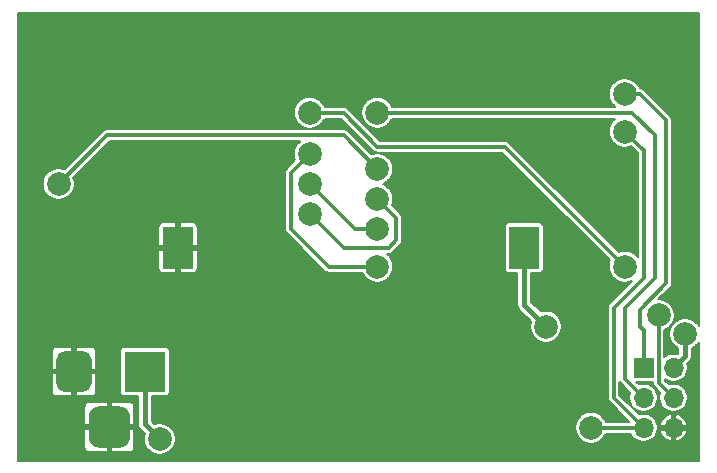
<source format=gbl>
G04 #@! TF.GenerationSoftware,KiCad,Pcbnew,5.1.6-c6e7f7d~86~ubuntu19.10.1*
G04 #@! TF.CreationDate,2020-05-26T12:51:18-04:00*
G04 #@! TF.ProjectId,emmon,656d6d6f-6e2e-46b6-9963-61645f706362,rev?*
G04 #@! TF.SameCoordinates,Original*
G04 #@! TF.FileFunction,Copper,L2,Bot*
G04 #@! TF.FilePolarity,Positive*
%FSLAX46Y46*%
G04 Gerber Fmt 4.6, Leading zero omitted, Abs format (unit mm)*
G04 Created by KiCad (PCBNEW 5.1.6-c6e7f7d~86~ubuntu19.10.1) date 2020-05-26 12:51:18*
%MOMM*%
%LPD*%
G01*
G04 APERTURE LIST*
G04 #@! TA.AperFunction,ComponentPad*
%ADD10O,1.700000X1.700000*%
G04 #@! TD*
G04 #@! TA.AperFunction,ComponentPad*
%ADD11R,1.700000X1.700000*%
G04 #@! TD*
G04 #@! TA.AperFunction,ComponentPad*
%ADD12R,3.500000X3.500000*%
G04 #@! TD*
G04 #@! TA.AperFunction,SMDPad,CuDef*
%ADD13R,2.600000X3.600000*%
G04 #@! TD*
G04 #@! TA.AperFunction,ViaPad*
%ADD14C,2.000000*%
G04 #@! TD*
G04 #@! TA.AperFunction,Conductor*
%ADD15C,0.457200*%
G04 #@! TD*
G04 #@! TA.AperFunction,Conductor*
%ADD16C,0.304800*%
G04 #@! TD*
G04 #@! TA.AperFunction,Conductor*
%ADD17C,0.203200*%
G04 #@! TD*
G04 APERTURE END LIST*
D10*
X147320000Y-115570000D03*
X144780000Y-115570000D03*
X147320000Y-113030000D03*
X144780000Y-113030000D03*
X147320000Y-110490000D03*
D11*
X144780000Y-110490000D03*
G04 #@! TA.AperFunction,ComponentPad*
G36*
G01*
X97802500Y-116382500D02*
X97802500Y-114632500D01*
G75*
G02*
X98677500Y-113757500I875000J0D01*
G01*
X100427500Y-113757500D01*
G75*
G02*
X101302500Y-114632500I0J-875000D01*
G01*
X101302500Y-116382500D01*
G75*
G02*
X100427500Y-117257500I-875000J0D01*
G01*
X98677500Y-117257500D01*
G75*
G02*
X97802500Y-116382500I0J875000D01*
G01*
G37*
G04 #@! TD.AperFunction*
G04 #@! TA.AperFunction,ComponentPad*
G36*
G01*
X95052500Y-111807500D02*
X95052500Y-109807500D01*
G75*
G02*
X95802500Y-109057500I750000J0D01*
G01*
X97302500Y-109057500D01*
G75*
G02*
X98052500Y-109807500I0J-750000D01*
G01*
X98052500Y-111807500D01*
G75*
G02*
X97302500Y-112557500I-750000J0D01*
G01*
X95802500Y-112557500D01*
G75*
G02*
X95052500Y-111807500I0J750000D01*
G01*
G37*
G04 #@! TD.AperFunction*
D12*
X102552500Y-110807500D03*
D13*
X134665000Y-100330000D03*
X105365000Y-100330000D03*
D14*
X136525000Y-106997500D03*
X105410000Y-106362500D03*
X140335000Y-106997500D03*
X143192500Y-90487500D03*
X140335000Y-115570000D03*
X148300913Y-107632500D03*
X116522500Y-88900000D03*
X143192500Y-101917500D03*
X146050000Y-106045000D03*
X122237500Y-101917500D03*
X116522500Y-92392500D03*
X122237500Y-98742500D03*
X116522500Y-94932500D03*
X122237500Y-96202500D03*
X116522500Y-97472500D03*
X95250000Y-94932500D03*
X122237500Y-93662500D03*
X122237500Y-88900000D03*
X103822500Y-116522500D03*
X143192500Y-87312500D03*
D15*
X134665000Y-100330000D02*
X134665000Y-105137500D01*
X134665000Y-105137500D02*
X136525000Y-106997500D01*
D16*
X105365000Y-100330000D02*
X105365000Y-106317500D01*
X105365000Y-106317500D02*
X105410000Y-106362500D01*
X144497301Y-91792301D02*
X143192500Y-90487500D01*
X142240000Y-113030000D02*
X142240000Y-105410000D01*
X144780000Y-115570000D02*
X142240000Y-113030000D01*
X142240000Y-105410000D02*
X144780000Y-102870000D01*
X144780000Y-102870000D02*
X144780000Y-92075000D01*
X144780000Y-92075000D02*
X144497301Y-91792301D01*
X140335000Y-115570000D02*
X144780000Y-115570000D01*
D15*
X148300913Y-109509087D02*
X147320000Y-110490000D01*
X148300913Y-107632500D02*
X148300913Y-109509087D01*
D16*
X116522500Y-88900000D02*
X119380000Y-88900000D01*
X119380000Y-88900000D02*
X122237500Y-91757500D01*
X133032500Y-91757500D02*
X122237500Y-91757500D01*
X143192500Y-101917500D02*
X133032500Y-91757500D01*
X146066689Y-111776689D02*
X147320000Y-113030000D01*
X146066689Y-110824189D02*
X146066689Y-111776689D01*
X146050000Y-110807500D02*
X146066689Y-110824189D01*
X146050000Y-106045000D02*
X146050000Y-110807500D01*
X114935000Y-93980000D02*
X116522500Y-92392500D01*
X114935000Y-98742500D02*
X114935000Y-93980000D01*
X122237500Y-101917500D02*
X118110000Y-101917500D01*
X118110000Y-101917500D02*
X114935000Y-98742500D01*
X120332500Y-98742500D02*
X122237500Y-98742500D01*
X116522500Y-94932500D02*
X120332500Y-98742500D01*
X116522500Y-97472500D02*
X119380000Y-100330000D01*
X119380000Y-100330000D02*
X123190000Y-100330000D01*
X123190000Y-100330000D02*
X123825000Y-99695000D01*
X123825000Y-97790000D02*
X122237500Y-96202500D01*
X123825000Y-99695000D02*
X123825000Y-97790000D01*
X122237500Y-93662500D02*
X119380000Y-90805000D01*
X99377500Y-90805000D02*
X95250000Y-94932500D01*
X119380000Y-90805000D02*
X99377500Y-90805000D01*
X143827500Y-88900000D02*
X122237500Y-88900000D01*
X143192500Y-111442500D02*
X143192500Y-105410000D01*
X145732500Y-102870000D02*
X145732500Y-90805000D01*
X144780000Y-113030000D02*
X143192500Y-111442500D01*
X143192500Y-105410000D02*
X145732500Y-102870000D01*
X145732500Y-90805000D02*
X143827500Y-88900000D01*
D15*
X102552500Y-115252500D02*
X103822500Y-116522500D01*
X102552500Y-110807500D02*
X102552500Y-115252500D01*
D16*
X144462500Y-87312500D02*
X143192500Y-87312500D01*
X144462500Y-106997500D02*
X144462500Y-105555599D01*
X144780000Y-107315000D02*
X144462500Y-106997500D01*
X144462500Y-105555599D02*
X146685000Y-103333099D01*
X146685000Y-103333099D02*
X146685000Y-89535000D01*
X146685000Y-89535000D02*
X144462500Y-87312500D01*
X144780000Y-110490000D02*
X144780000Y-107315000D01*
D17*
G36*
X149457491Y-106928987D02*
G01*
X149351476Y-106770325D01*
X149163088Y-106581937D01*
X148941567Y-106433921D01*
X148695426Y-106331966D01*
X148434124Y-106279990D01*
X148167702Y-106279990D01*
X147906400Y-106331966D01*
X147660259Y-106433921D01*
X147438738Y-106581937D01*
X147250350Y-106770325D01*
X147102334Y-106991846D01*
X147000379Y-107237987D01*
X146948403Y-107499289D01*
X146948403Y-107765711D01*
X147000379Y-108027013D01*
X147102334Y-108273154D01*
X147250350Y-108494675D01*
X147438738Y-108683063D01*
X147660259Y-108831079D01*
X147719804Y-108855743D01*
X147719804Y-109268383D01*
X147657185Y-109331002D01*
X147438437Y-109287490D01*
X147201563Y-109287490D01*
X146969241Y-109333702D01*
X146750398Y-109424350D01*
X146554910Y-109554971D01*
X146554910Y-107299806D01*
X146690654Y-107243579D01*
X146912175Y-107095563D01*
X147100563Y-106907175D01*
X147248579Y-106685654D01*
X147350534Y-106439513D01*
X147402510Y-106178211D01*
X147402510Y-105911789D01*
X147350534Y-105650487D01*
X147248579Y-105404346D01*
X147100563Y-105182825D01*
X146912175Y-104994437D01*
X146690654Y-104846421D01*
X146444513Y-104744466D01*
X146183211Y-104692490D01*
X146039659Y-104692490D01*
X147024481Y-103707668D01*
X147043753Y-103691852D01*
X147106849Y-103614969D01*
X147153733Y-103527255D01*
X147182604Y-103432079D01*
X147189910Y-103357902D01*
X147189910Y-103357901D01*
X147192353Y-103333099D01*
X147189910Y-103308296D01*
X147189910Y-89559803D01*
X147192353Y-89535000D01*
X147182604Y-89436020D01*
X147153733Y-89340844D01*
X147143580Y-89321849D01*
X147106849Y-89253130D01*
X147043753Y-89176247D01*
X147024481Y-89160431D01*
X144837074Y-86973025D01*
X144821253Y-86953747D01*
X144744370Y-86890651D01*
X144656656Y-86843767D01*
X144561480Y-86814896D01*
X144487303Y-86807590D01*
X144462500Y-86805147D01*
X144446929Y-86806681D01*
X144391079Y-86671846D01*
X144243063Y-86450325D01*
X144054675Y-86261937D01*
X143833154Y-86113921D01*
X143587013Y-86011966D01*
X143325711Y-85959990D01*
X143059289Y-85959990D01*
X142797987Y-86011966D01*
X142551846Y-86113921D01*
X142330325Y-86261937D01*
X142141937Y-86450325D01*
X141993921Y-86671846D01*
X141891966Y-86917987D01*
X141839990Y-87179289D01*
X141839990Y-87445711D01*
X141891966Y-87707013D01*
X141993921Y-87953154D01*
X142141937Y-88174675D01*
X142330325Y-88363063D01*
X142378257Y-88395090D01*
X123492306Y-88395090D01*
X123436079Y-88259346D01*
X123288063Y-88037825D01*
X123099675Y-87849437D01*
X122878154Y-87701421D01*
X122632013Y-87599466D01*
X122370711Y-87547490D01*
X122104289Y-87547490D01*
X121842987Y-87599466D01*
X121596846Y-87701421D01*
X121375325Y-87849437D01*
X121186937Y-88037825D01*
X121038921Y-88259346D01*
X120936966Y-88505487D01*
X120884990Y-88766789D01*
X120884990Y-89033211D01*
X120936966Y-89294513D01*
X121038921Y-89540654D01*
X121186937Y-89762175D01*
X121375325Y-89950563D01*
X121596846Y-90098579D01*
X121842987Y-90200534D01*
X122104289Y-90252510D01*
X122370711Y-90252510D01*
X122632013Y-90200534D01*
X122878154Y-90098579D01*
X123099675Y-89950563D01*
X123288063Y-89762175D01*
X123436079Y-89540654D01*
X123492306Y-89404910D01*
X142378257Y-89404910D01*
X142330325Y-89436937D01*
X142141937Y-89625325D01*
X141993921Y-89846846D01*
X141891966Y-90092987D01*
X141839990Y-90354289D01*
X141839990Y-90620711D01*
X141891966Y-90882013D01*
X141993921Y-91128154D01*
X142141937Y-91349675D01*
X142330325Y-91538063D01*
X142551846Y-91686079D01*
X142797987Y-91788034D01*
X143059289Y-91840010D01*
X143325711Y-91840010D01*
X143587013Y-91788034D01*
X143722757Y-91731807D01*
X144157813Y-92166864D01*
X144157824Y-92166873D01*
X144275091Y-92284140D01*
X144275090Y-101103257D01*
X144243063Y-101055325D01*
X144054675Y-100866937D01*
X143833154Y-100718921D01*
X143587013Y-100616966D01*
X143325711Y-100564990D01*
X143059289Y-100564990D01*
X142797987Y-100616966D01*
X142662243Y-100673193D01*
X133407074Y-91418025D01*
X133391253Y-91398747D01*
X133314370Y-91335651D01*
X133226656Y-91288767D01*
X133131480Y-91259896D01*
X133057303Y-91252590D01*
X133032500Y-91250147D01*
X133007697Y-91252590D01*
X122446641Y-91252590D01*
X119754574Y-88560525D01*
X119738753Y-88541247D01*
X119661870Y-88478151D01*
X119574156Y-88431267D01*
X119478980Y-88402396D01*
X119404803Y-88395090D01*
X119380000Y-88392647D01*
X119355197Y-88395090D01*
X117777306Y-88395090D01*
X117721079Y-88259346D01*
X117573063Y-88037825D01*
X117384675Y-87849437D01*
X117163154Y-87701421D01*
X116917013Y-87599466D01*
X116655711Y-87547490D01*
X116389289Y-87547490D01*
X116127987Y-87599466D01*
X115881846Y-87701421D01*
X115660325Y-87849437D01*
X115471937Y-88037825D01*
X115323921Y-88259346D01*
X115221966Y-88505487D01*
X115169990Y-88766789D01*
X115169990Y-89033211D01*
X115221966Y-89294513D01*
X115323921Y-89540654D01*
X115471937Y-89762175D01*
X115660325Y-89950563D01*
X115881846Y-90098579D01*
X116127987Y-90200534D01*
X116389289Y-90252510D01*
X116655711Y-90252510D01*
X116917013Y-90200534D01*
X117163154Y-90098579D01*
X117384675Y-89950563D01*
X117573063Y-89762175D01*
X117721079Y-89540654D01*
X117777306Y-89404910D01*
X119170861Y-89404910D01*
X121862935Y-92096986D01*
X121878747Y-92116253D01*
X121955630Y-92179349D01*
X122043344Y-92226233D01*
X122138519Y-92255104D01*
X122237499Y-92264853D01*
X122262302Y-92262410D01*
X132823361Y-92262410D01*
X141948193Y-101387243D01*
X141891966Y-101522987D01*
X141839990Y-101784289D01*
X141839990Y-102050711D01*
X141891966Y-102312013D01*
X141993921Y-102558154D01*
X142141937Y-102779675D01*
X142330325Y-102968063D01*
X142551846Y-103116079D01*
X142797987Y-103218034D01*
X143059289Y-103270010D01*
X143325711Y-103270010D01*
X143587013Y-103218034D01*
X143810478Y-103125472D01*
X141900520Y-105035431D01*
X141881248Y-105051247D01*
X141818152Y-105128130D01*
X141813144Y-105137500D01*
X141771267Y-105215845D01*
X141742396Y-105311020D01*
X141732647Y-105410000D01*
X141735091Y-105434813D01*
X141735090Y-113005197D01*
X141732647Y-113030000D01*
X141735090Y-113054802D01*
X141742396Y-113128979D01*
X141771267Y-113224155D01*
X141818151Y-113311870D01*
X141881247Y-113388753D01*
X141900525Y-113404574D01*
X143561040Y-115065090D01*
X141589806Y-115065090D01*
X141533579Y-114929346D01*
X141385563Y-114707825D01*
X141197175Y-114519437D01*
X140975654Y-114371421D01*
X140729513Y-114269466D01*
X140468211Y-114217490D01*
X140201789Y-114217490D01*
X139940487Y-114269466D01*
X139694346Y-114371421D01*
X139472825Y-114519437D01*
X139284437Y-114707825D01*
X139136421Y-114929346D01*
X139034466Y-115175487D01*
X138982490Y-115436789D01*
X138982490Y-115703211D01*
X139034466Y-115964513D01*
X139136421Y-116210654D01*
X139284437Y-116432175D01*
X139472825Y-116620563D01*
X139694346Y-116768579D01*
X139940487Y-116870534D01*
X140201789Y-116922510D01*
X140468211Y-116922510D01*
X140729513Y-116870534D01*
X140975654Y-116768579D01*
X141197175Y-116620563D01*
X141385563Y-116432175D01*
X141533579Y-116210654D01*
X141589806Y-116074910D01*
X143687554Y-116074910D01*
X143714350Y-116139602D01*
X143845950Y-116336555D01*
X144013445Y-116504050D01*
X144210398Y-116635650D01*
X144429241Y-116726298D01*
X144661563Y-116772510D01*
X144898437Y-116772510D01*
X145130759Y-116726298D01*
X145349602Y-116635650D01*
X145546555Y-116504050D01*
X145714050Y-116336555D01*
X145845650Y-116139602D01*
X145936298Y-115920759D01*
X145938913Y-115907608D01*
X146162635Y-115907608D01*
X146170115Y-115932289D01*
X146262889Y-116149659D01*
X146396287Y-116344753D01*
X146565183Y-116510074D01*
X146763086Y-116639268D01*
X146982391Y-116727371D01*
X147167600Y-116677036D01*
X147167600Y-115722400D01*
X147472400Y-115722400D01*
X147472400Y-116677036D01*
X147657609Y-116727371D01*
X147876914Y-116639268D01*
X148074817Y-116510074D01*
X148243713Y-116344753D01*
X148377111Y-116149659D01*
X148469885Y-115932289D01*
X148477365Y-115907608D01*
X148426252Y-115722400D01*
X147472400Y-115722400D01*
X147167600Y-115722400D01*
X146213748Y-115722400D01*
X146162635Y-115907608D01*
X145938913Y-115907608D01*
X145982510Y-115688437D01*
X145982510Y-115451563D01*
X145938914Y-115232392D01*
X146162635Y-115232392D01*
X146213748Y-115417600D01*
X147167600Y-115417600D01*
X147167600Y-114462964D01*
X147472400Y-114462964D01*
X147472400Y-115417600D01*
X148426252Y-115417600D01*
X148477365Y-115232392D01*
X148469885Y-115207711D01*
X148377111Y-114990341D01*
X148243713Y-114795247D01*
X148074817Y-114629926D01*
X147876914Y-114500732D01*
X147657609Y-114412629D01*
X147472400Y-114462964D01*
X147167600Y-114462964D01*
X146982391Y-114412629D01*
X146763086Y-114500732D01*
X146565183Y-114629926D01*
X146396287Y-114795247D01*
X146262889Y-114990341D01*
X146170115Y-115207711D01*
X146162635Y-115232392D01*
X145938914Y-115232392D01*
X145936298Y-115219241D01*
X145845650Y-115000398D01*
X145714050Y-114803445D01*
X145546555Y-114635950D01*
X145349602Y-114504350D01*
X145130759Y-114413702D01*
X144898437Y-114367490D01*
X144661563Y-114367490D01*
X144429241Y-114413702D01*
X144364549Y-114440498D01*
X142744910Y-112820861D01*
X142744910Y-111676211D01*
X142770651Y-111724370D01*
X142833747Y-111801253D01*
X142853025Y-111817074D01*
X143650499Y-112614548D01*
X143623702Y-112679241D01*
X143577490Y-112911563D01*
X143577490Y-113148437D01*
X143623702Y-113380759D01*
X143714350Y-113599602D01*
X143845950Y-113796555D01*
X144013445Y-113964050D01*
X144210398Y-114095650D01*
X144429241Y-114186298D01*
X144661563Y-114232510D01*
X144898437Y-114232510D01*
X145130759Y-114186298D01*
X145349602Y-114095650D01*
X145546555Y-113964050D01*
X145714050Y-113796555D01*
X145845650Y-113599602D01*
X145936298Y-113380759D01*
X145982510Y-113148437D01*
X145982510Y-112911563D01*
X145936298Y-112679241D01*
X145845650Y-112460398D01*
X145714050Y-112263445D01*
X145546555Y-112095950D01*
X145349602Y-111964350D01*
X145130759Y-111873702D01*
X144898437Y-111827490D01*
X144661563Y-111827490D01*
X144429241Y-111873702D01*
X144364548Y-111900499D01*
X144158264Y-111694215D01*
X145561780Y-111694215D01*
X145561780Y-111751876D01*
X145559336Y-111776689D01*
X145569085Y-111875669D01*
X145597956Y-111970844D01*
X145597957Y-111970845D01*
X145644841Y-112058559D01*
X145707937Y-112135442D01*
X145727209Y-112151258D01*
X146190499Y-112614548D01*
X146163702Y-112679241D01*
X146117490Y-112911563D01*
X146117490Y-113148437D01*
X146163702Y-113380759D01*
X146254350Y-113599602D01*
X146385950Y-113796555D01*
X146553445Y-113964050D01*
X146750398Y-114095650D01*
X146969241Y-114186298D01*
X147201563Y-114232510D01*
X147438437Y-114232510D01*
X147670759Y-114186298D01*
X147889602Y-114095650D01*
X148086555Y-113964050D01*
X148254050Y-113796555D01*
X148385650Y-113599602D01*
X148476298Y-113380759D01*
X148522510Y-113148437D01*
X148522510Y-112911563D01*
X148476298Y-112679241D01*
X148385650Y-112460398D01*
X148254050Y-112263445D01*
X148086555Y-112095950D01*
X147889602Y-111964350D01*
X147670759Y-111873702D01*
X147438437Y-111827490D01*
X147201563Y-111827490D01*
X146969241Y-111873702D01*
X146904548Y-111900499D01*
X146571599Y-111567550D01*
X146571599Y-111436180D01*
X146750398Y-111555650D01*
X146969241Y-111646298D01*
X147201563Y-111692510D01*
X147438437Y-111692510D01*
X147670759Y-111646298D01*
X147889602Y-111555650D01*
X148086555Y-111424050D01*
X148254050Y-111256555D01*
X148385650Y-111059602D01*
X148476298Y-110840759D01*
X148522510Y-110608437D01*
X148522510Y-110371563D01*
X148478998Y-110152815D01*
X148691643Y-109940170D01*
X148713807Y-109921981D01*
X148731996Y-109899818D01*
X148732000Y-109899814D01*
X148752332Y-109875039D01*
X148786426Y-109833496D01*
X148840386Y-109732544D01*
X148858146Y-109673994D01*
X148873614Y-109623006D01*
X148874678Y-109612199D01*
X148882023Y-109537627D01*
X148882023Y-109537613D01*
X148884832Y-109509088D01*
X148882023Y-109480563D01*
X148882023Y-108855743D01*
X148941567Y-108831079D01*
X149163088Y-108683063D01*
X149351476Y-108494675D01*
X149457491Y-108336013D01*
X149457491Y-118342490D01*
X91842510Y-118342490D01*
X91842510Y-117257500D01*
X97445179Y-117257500D01*
X97452045Y-117327210D01*
X97472378Y-117394241D01*
X97505398Y-117456017D01*
X97549836Y-117510164D01*
X97603983Y-117554602D01*
X97665759Y-117587622D01*
X97732790Y-117607955D01*
X97802500Y-117614821D01*
X99311200Y-117613100D01*
X99400100Y-117524200D01*
X99400100Y-115659900D01*
X99704900Y-115659900D01*
X99704900Y-117524200D01*
X99793800Y-117613100D01*
X101302500Y-117614821D01*
X101372210Y-117607955D01*
X101439241Y-117587622D01*
X101501017Y-117554602D01*
X101555164Y-117510164D01*
X101599602Y-117456017D01*
X101632622Y-117394241D01*
X101652955Y-117327210D01*
X101659821Y-117257500D01*
X101658100Y-115748800D01*
X101569200Y-115659900D01*
X99704900Y-115659900D01*
X99400100Y-115659900D01*
X97535800Y-115659900D01*
X97446900Y-115748800D01*
X97445179Y-117257500D01*
X91842510Y-117257500D01*
X91842510Y-113757500D01*
X97445179Y-113757500D01*
X97446900Y-115266200D01*
X97535800Y-115355100D01*
X99400100Y-115355100D01*
X99400100Y-113490800D01*
X99704900Y-113490800D01*
X99704900Y-115355100D01*
X101569200Y-115355100D01*
X101658100Y-115266200D01*
X101659821Y-113757500D01*
X101652955Y-113687790D01*
X101632622Y-113620759D01*
X101599602Y-113558983D01*
X101555164Y-113504836D01*
X101501017Y-113460398D01*
X101439241Y-113427378D01*
X101372210Y-113407045D01*
X101302500Y-113400179D01*
X99793800Y-113401900D01*
X99704900Y-113490800D01*
X99400100Y-113490800D01*
X99311200Y-113401900D01*
X97802500Y-113400179D01*
X97732790Y-113407045D01*
X97665759Y-113427378D01*
X97603983Y-113460398D01*
X97549836Y-113504836D01*
X97505398Y-113558983D01*
X97472378Y-113620759D01*
X97452045Y-113687790D01*
X97445179Y-113757500D01*
X91842510Y-113757500D01*
X91842510Y-112557500D01*
X94695179Y-112557500D01*
X94702045Y-112627210D01*
X94722378Y-112694241D01*
X94755398Y-112756017D01*
X94799836Y-112810164D01*
X94853983Y-112854602D01*
X94915759Y-112887622D01*
X94982790Y-112907955D01*
X95052500Y-112914821D01*
X96311200Y-112913100D01*
X96400100Y-112824200D01*
X96400100Y-110959900D01*
X96704900Y-110959900D01*
X96704900Y-112824200D01*
X96793800Y-112913100D01*
X98052500Y-112914821D01*
X98122210Y-112907955D01*
X98189241Y-112887622D01*
X98251017Y-112854602D01*
X98305164Y-112810164D01*
X98349602Y-112756017D01*
X98382622Y-112694241D01*
X98402955Y-112627210D01*
X98409821Y-112557500D01*
X98408100Y-111048800D01*
X98319200Y-110959900D01*
X96704900Y-110959900D01*
X96400100Y-110959900D01*
X94785800Y-110959900D01*
X94696900Y-111048800D01*
X94695179Y-112557500D01*
X91842510Y-112557500D01*
X91842510Y-109057500D01*
X94695179Y-109057500D01*
X94696900Y-110566200D01*
X94785800Y-110655100D01*
X96400100Y-110655100D01*
X96400100Y-108790800D01*
X96704900Y-108790800D01*
X96704900Y-110655100D01*
X98319200Y-110655100D01*
X98408100Y-110566200D01*
X98409821Y-109057500D01*
X100448285Y-109057500D01*
X100448285Y-112557500D01*
X100455091Y-112626604D01*
X100475248Y-112693052D01*
X100507981Y-112754291D01*
X100552032Y-112807968D01*
X100605709Y-112852019D01*
X100666948Y-112884752D01*
X100733396Y-112904909D01*
X100802500Y-112911715D01*
X101971390Y-112911715D01*
X101971391Y-115223957D01*
X101968580Y-115252500D01*
X101979799Y-115366417D01*
X102005628Y-115451563D01*
X102013028Y-115475957D01*
X102066988Y-115576909D01*
X102139607Y-115665394D01*
X102161775Y-115683587D01*
X102546630Y-116068443D01*
X102521966Y-116127987D01*
X102469990Y-116389289D01*
X102469990Y-116655711D01*
X102521966Y-116917013D01*
X102623921Y-117163154D01*
X102771937Y-117384675D01*
X102960325Y-117573063D01*
X103181846Y-117721079D01*
X103427987Y-117823034D01*
X103689289Y-117875010D01*
X103955711Y-117875010D01*
X104217013Y-117823034D01*
X104463154Y-117721079D01*
X104684675Y-117573063D01*
X104873063Y-117384675D01*
X105021079Y-117163154D01*
X105123034Y-116917013D01*
X105175010Y-116655711D01*
X105175010Y-116389289D01*
X105123034Y-116127987D01*
X105021079Y-115881846D01*
X104873063Y-115660325D01*
X104684675Y-115471937D01*
X104463154Y-115323921D01*
X104217013Y-115221966D01*
X103955711Y-115169990D01*
X103689289Y-115169990D01*
X103427987Y-115221966D01*
X103368443Y-115246630D01*
X103133610Y-115011798D01*
X103133610Y-112911715D01*
X104302500Y-112911715D01*
X104371604Y-112904909D01*
X104438052Y-112884752D01*
X104499291Y-112852019D01*
X104552968Y-112807968D01*
X104597019Y-112754291D01*
X104629752Y-112693052D01*
X104649909Y-112626604D01*
X104656715Y-112557500D01*
X104656715Y-109057500D01*
X104649909Y-108988396D01*
X104629752Y-108921948D01*
X104597019Y-108860709D01*
X104552968Y-108807032D01*
X104499291Y-108762981D01*
X104438052Y-108730248D01*
X104371604Y-108710091D01*
X104302500Y-108703285D01*
X100802500Y-108703285D01*
X100733396Y-108710091D01*
X100666948Y-108730248D01*
X100605709Y-108762981D01*
X100552032Y-108807032D01*
X100507981Y-108860709D01*
X100475248Y-108921948D01*
X100455091Y-108988396D01*
X100448285Y-109057500D01*
X98409821Y-109057500D01*
X98402955Y-108987790D01*
X98382622Y-108920759D01*
X98349602Y-108858983D01*
X98305164Y-108804836D01*
X98251017Y-108760398D01*
X98189241Y-108727378D01*
X98122210Y-108707045D01*
X98052500Y-108700179D01*
X96793800Y-108701900D01*
X96704900Y-108790800D01*
X96400100Y-108790800D01*
X96311200Y-108701900D01*
X95052500Y-108700179D01*
X94982790Y-108707045D01*
X94915759Y-108727378D01*
X94853983Y-108760398D01*
X94799836Y-108804836D01*
X94755398Y-108858983D01*
X94722378Y-108920759D01*
X94702045Y-108987790D01*
X94695179Y-109057500D01*
X91842510Y-109057500D01*
X91842510Y-102130000D01*
X103707679Y-102130000D01*
X103714545Y-102199710D01*
X103734878Y-102266741D01*
X103767898Y-102328517D01*
X103812336Y-102382664D01*
X103866483Y-102427102D01*
X103928259Y-102460122D01*
X103995290Y-102480455D01*
X104065000Y-102487321D01*
X105123700Y-102485600D01*
X105212600Y-102396700D01*
X105212600Y-100482400D01*
X105517400Y-100482400D01*
X105517400Y-102396700D01*
X105606300Y-102485600D01*
X106665000Y-102487321D01*
X106734710Y-102480455D01*
X106801741Y-102460122D01*
X106863517Y-102427102D01*
X106917664Y-102382664D01*
X106962102Y-102328517D01*
X106995122Y-102266741D01*
X107015455Y-102199710D01*
X107022321Y-102130000D01*
X107020600Y-100571300D01*
X106931700Y-100482400D01*
X105517400Y-100482400D01*
X105212600Y-100482400D01*
X103798300Y-100482400D01*
X103709400Y-100571300D01*
X103707679Y-102130000D01*
X91842510Y-102130000D01*
X91842510Y-98530000D01*
X103707679Y-98530000D01*
X103709400Y-100088700D01*
X103798300Y-100177600D01*
X105212600Y-100177600D01*
X105212600Y-98263300D01*
X105517400Y-98263300D01*
X105517400Y-100177600D01*
X106931700Y-100177600D01*
X107020600Y-100088700D01*
X107022321Y-98530000D01*
X107015455Y-98460290D01*
X106995122Y-98393259D01*
X106962102Y-98331483D01*
X106917664Y-98277336D01*
X106863517Y-98232898D01*
X106801741Y-98199878D01*
X106734710Y-98179545D01*
X106665000Y-98172679D01*
X105606300Y-98174400D01*
X105517400Y-98263300D01*
X105212600Y-98263300D01*
X105123700Y-98174400D01*
X104065000Y-98172679D01*
X103995290Y-98179545D01*
X103928259Y-98199878D01*
X103866483Y-98232898D01*
X103812336Y-98277336D01*
X103767898Y-98331483D01*
X103734878Y-98393259D01*
X103714545Y-98460290D01*
X103707679Y-98530000D01*
X91842510Y-98530000D01*
X91842510Y-94799289D01*
X93897490Y-94799289D01*
X93897490Y-95065711D01*
X93949466Y-95327013D01*
X94051421Y-95573154D01*
X94199437Y-95794675D01*
X94387825Y-95983063D01*
X94609346Y-96131079D01*
X94855487Y-96233034D01*
X95116789Y-96285010D01*
X95383211Y-96285010D01*
X95644513Y-96233034D01*
X95890654Y-96131079D01*
X96112175Y-95983063D01*
X96300563Y-95794675D01*
X96448579Y-95573154D01*
X96550534Y-95327013D01*
X96602510Y-95065711D01*
X96602510Y-94799289D01*
X96550534Y-94537987D01*
X96494307Y-94402243D01*
X99586641Y-91309910D01*
X115708257Y-91309910D01*
X115660325Y-91341937D01*
X115471937Y-91530325D01*
X115323921Y-91751846D01*
X115221966Y-91997987D01*
X115169990Y-92259289D01*
X115169990Y-92525711D01*
X115221966Y-92787013D01*
X115278193Y-92922757D01*
X114595520Y-93605431D01*
X114576248Y-93621247D01*
X114513152Y-93698130D01*
X114494021Y-93733921D01*
X114466267Y-93785845D01*
X114437396Y-93881020D01*
X114427647Y-93980000D01*
X114430091Y-94004813D01*
X114430090Y-98717697D01*
X114427647Y-98742500D01*
X114435774Y-98825010D01*
X114437396Y-98841479D01*
X114466267Y-98936655D01*
X114513151Y-99024370D01*
X114576247Y-99101253D01*
X114595525Y-99117074D01*
X117735431Y-102256981D01*
X117751247Y-102276253D01*
X117828130Y-102339349D01*
X117909167Y-102382664D01*
X117915844Y-102386233D01*
X118011019Y-102415104D01*
X118109999Y-102424853D01*
X118134803Y-102422410D01*
X120982694Y-102422410D01*
X121038921Y-102558154D01*
X121186937Y-102779675D01*
X121375325Y-102968063D01*
X121596846Y-103116079D01*
X121842987Y-103218034D01*
X122104289Y-103270010D01*
X122370711Y-103270010D01*
X122632013Y-103218034D01*
X122878154Y-103116079D01*
X123099675Y-102968063D01*
X123288063Y-102779675D01*
X123436079Y-102558154D01*
X123538034Y-102312013D01*
X123590010Y-102050711D01*
X123590010Y-101784289D01*
X123538034Y-101522987D01*
X123436079Y-101276846D01*
X123288063Y-101055325D01*
X123099675Y-100866937D01*
X123051743Y-100834910D01*
X123165197Y-100834910D01*
X123190000Y-100837353D01*
X123214803Y-100834910D01*
X123288980Y-100827604D01*
X123384156Y-100798733D01*
X123471870Y-100751849D01*
X123548753Y-100688753D01*
X123564574Y-100669475D01*
X124164480Y-100069570D01*
X124183753Y-100053753D01*
X124246849Y-99976870D01*
X124293733Y-99889156D01*
X124322604Y-99793980D01*
X124329910Y-99719803D01*
X124329910Y-99719802D01*
X124332353Y-99695000D01*
X124329910Y-99670197D01*
X124329910Y-98530000D01*
X133010785Y-98530000D01*
X133010785Y-102130000D01*
X133017591Y-102199104D01*
X133037748Y-102265552D01*
X133070481Y-102326791D01*
X133114532Y-102380468D01*
X133168209Y-102424519D01*
X133229448Y-102457252D01*
X133295896Y-102477409D01*
X133365000Y-102484215D01*
X134083890Y-102484215D01*
X134083891Y-105108957D01*
X134081080Y-105137500D01*
X134092299Y-105251417D01*
X134099068Y-105273730D01*
X134125528Y-105360957D01*
X134179488Y-105461909D01*
X134252107Y-105550394D01*
X134274275Y-105568587D01*
X135249130Y-106543443D01*
X135224466Y-106602987D01*
X135172490Y-106864289D01*
X135172490Y-107130711D01*
X135224466Y-107392013D01*
X135326421Y-107638154D01*
X135474437Y-107859675D01*
X135662825Y-108048063D01*
X135884346Y-108196079D01*
X136130487Y-108298034D01*
X136391789Y-108350010D01*
X136658211Y-108350010D01*
X136919513Y-108298034D01*
X137165654Y-108196079D01*
X137387175Y-108048063D01*
X137575563Y-107859675D01*
X137723579Y-107638154D01*
X137825534Y-107392013D01*
X137877510Y-107130711D01*
X137877510Y-106864289D01*
X137825534Y-106602987D01*
X137723579Y-106356846D01*
X137575563Y-106135325D01*
X137387175Y-105946937D01*
X137165654Y-105798921D01*
X136919513Y-105696966D01*
X136658211Y-105644990D01*
X136391789Y-105644990D01*
X136130487Y-105696966D01*
X136070943Y-105721630D01*
X135246110Y-104896798D01*
X135246110Y-102484215D01*
X135965000Y-102484215D01*
X136034104Y-102477409D01*
X136100552Y-102457252D01*
X136161791Y-102424519D01*
X136215468Y-102380468D01*
X136259519Y-102326791D01*
X136292252Y-102265552D01*
X136312409Y-102199104D01*
X136319215Y-102130000D01*
X136319215Y-98530000D01*
X136312409Y-98460896D01*
X136292252Y-98394448D01*
X136259519Y-98333209D01*
X136215468Y-98279532D01*
X136161791Y-98235481D01*
X136100552Y-98202748D01*
X136034104Y-98182591D01*
X135965000Y-98175785D01*
X133365000Y-98175785D01*
X133295896Y-98182591D01*
X133229448Y-98202748D01*
X133168209Y-98235481D01*
X133114532Y-98279532D01*
X133070481Y-98333209D01*
X133037748Y-98394448D01*
X133017591Y-98460896D01*
X133010785Y-98530000D01*
X124329910Y-98530000D01*
X124329910Y-97814803D01*
X124332353Y-97789999D01*
X124322604Y-97691019D01*
X124293733Y-97595844D01*
X124280710Y-97571480D01*
X124246849Y-97508130D01*
X124183753Y-97431247D01*
X124164481Y-97415431D01*
X123481807Y-96732757D01*
X123538034Y-96597013D01*
X123590010Y-96335711D01*
X123590010Y-96069289D01*
X123538034Y-95807987D01*
X123436079Y-95561846D01*
X123288063Y-95340325D01*
X123099675Y-95151937D01*
X122878154Y-95003921D01*
X122705729Y-94932500D01*
X122878154Y-94861079D01*
X123099675Y-94713063D01*
X123288063Y-94524675D01*
X123436079Y-94303154D01*
X123538034Y-94057013D01*
X123590010Y-93795711D01*
X123590010Y-93529289D01*
X123538034Y-93267987D01*
X123436079Y-93021846D01*
X123288063Y-92800325D01*
X123099675Y-92611937D01*
X122878154Y-92463921D01*
X122632013Y-92361966D01*
X122370711Y-92309990D01*
X122104289Y-92309990D01*
X121842987Y-92361966D01*
X121707243Y-92418193D01*
X119754574Y-90465525D01*
X119738753Y-90446247D01*
X119661870Y-90383151D01*
X119574156Y-90336267D01*
X119478980Y-90307396D01*
X119404803Y-90300090D01*
X119380000Y-90297647D01*
X119355197Y-90300090D01*
X99402302Y-90300090D01*
X99377499Y-90297647D01*
X99278519Y-90307396D01*
X99256368Y-90314116D01*
X99183344Y-90336267D01*
X99095630Y-90383151D01*
X99018747Y-90446247D01*
X99002936Y-90465513D01*
X95780257Y-93688193D01*
X95644513Y-93631966D01*
X95383211Y-93579990D01*
X95116789Y-93579990D01*
X94855487Y-93631966D01*
X94609346Y-93733921D01*
X94387825Y-93881937D01*
X94199437Y-94070325D01*
X94051421Y-94291846D01*
X93949466Y-94537987D01*
X93897490Y-94799289D01*
X91842510Y-94799289D01*
X91842510Y-80412510D01*
X149457490Y-80412510D01*
X149457491Y-106928987D01*
G37*
X149457491Y-106928987D02*
X149351476Y-106770325D01*
X149163088Y-106581937D01*
X148941567Y-106433921D01*
X148695426Y-106331966D01*
X148434124Y-106279990D01*
X148167702Y-106279990D01*
X147906400Y-106331966D01*
X147660259Y-106433921D01*
X147438738Y-106581937D01*
X147250350Y-106770325D01*
X147102334Y-106991846D01*
X147000379Y-107237987D01*
X146948403Y-107499289D01*
X146948403Y-107765711D01*
X147000379Y-108027013D01*
X147102334Y-108273154D01*
X147250350Y-108494675D01*
X147438738Y-108683063D01*
X147660259Y-108831079D01*
X147719804Y-108855743D01*
X147719804Y-109268383D01*
X147657185Y-109331002D01*
X147438437Y-109287490D01*
X147201563Y-109287490D01*
X146969241Y-109333702D01*
X146750398Y-109424350D01*
X146554910Y-109554971D01*
X146554910Y-107299806D01*
X146690654Y-107243579D01*
X146912175Y-107095563D01*
X147100563Y-106907175D01*
X147248579Y-106685654D01*
X147350534Y-106439513D01*
X147402510Y-106178211D01*
X147402510Y-105911789D01*
X147350534Y-105650487D01*
X147248579Y-105404346D01*
X147100563Y-105182825D01*
X146912175Y-104994437D01*
X146690654Y-104846421D01*
X146444513Y-104744466D01*
X146183211Y-104692490D01*
X146039659Y-104692490D01*
X147024481Y-103707668D01*
X147043753Y-103691852D01*
X147106849Y-103614969D01*
X147153733Y-103527255D01*
X147182604Y-103432079D01*
X147189910Y-103357902D01*
X147189910Y-103357901D01*
X147192353Y-103333099D01*
X147189910Y-103308296D01*
X147189910Y-89559803D01*
X147192353Y-89535000D01*
X147182604Y-89436020D01*
X147153733Y-89340844D01*
X147143580Y-89321849D01*
X147106849Y-89253130D01*
X147043753Y-89176247D01*
X147024481Y-89160431D01*
X144837074Y-86973025D01*
X144821253Y-86953747D01*
X144744370Y-86890651D01*
X144656656Y-86843767D01*
X144561480Y-86814896D01*
X144487303Y-86807590D01*
X144462500Y-86805147D01*
X144446929Y-86806681D01*
X144391079Y-86671846D01*
X144243063Y-86450325D01*
X144054675Y-86261937D01*
X143833154Y-86113921D01*
X143587013Y-86011966D01*
X143325711Y-85959990D01*
X143059289Y-85959990D01*
X142797987Y-86011966D01*
X142551846Y-86113921D01*
X142330325Y-86261937D01*
X142141937Y-86450325D01*
X141993921Y-86671846D01*
X141891966Y-86917987D01*
X141839990Y-87179289D01*
X141839990Y-87445711D01*
X141891966Y-87707013D01*
X141993921Y-87953154D01*
X142141937Y-88174675D01*
X142330325Y-88363063D01*
X142378257Y-88395090D01*
X123492306Y-88395090D01*
X123436079Y-88259346D01*
X123288063Y-88037825D01*
X123099675Y-87849437D01*
X122878154Y-87701421D01*
X122632013Y-87599466D01*
X122370711Y-87547490D01*
X122104289Y-87547490D01*
X121842987Y-87599466D01*
X121596846Y-87701421D01*
X121375325Y-87849437D01*
X121186937Y-88037825D01*
X121038921Y-88259346D01*
X120936966Y-88505487D01*
X120884990Y-88766789D01*
X120884990Y-89033211D01*
X120936966Y-89294513D01*
X121038921Y-89540654D01*
X121186937Y-89762175D01*
X121375325Y-89950563D01*
X121596846Y-90098579D01*
X121842987Y-90200534D01*
X122104289Y-90252510D01*
X122370711Y-90252510D01*
X122632013Y-90200534D01*
X122878154Y-90098579D01*
X123099675Y-89950563D01*
X123288063Y-89762175D01*
X123436079Y-89540654D01*
X123492306Y-89404910D01*
X142378257Y-89404910D01*
X142330325Y-89436937D01*
X142141937Y-89625325D01*
X141993921Y-89846846D01*
X141891966Y-90092987D01*
X141839990Y-90354289D01*
X141839990Y-90620711D01*
X141891966Y-90882013D01*
X141993921Y-91128154D01*
X142141937Y-91349675D01*
X142330325Y-91538063D01*
X142551846Y-91686079D01*
X142797987Y-91788034D01*
X143059289Y-91840010D01*
X143325711Y-91840010D01*
X143587013Y-91788034D01*
X143722757Y-91731807D01*
X144157813Y-92166864D01*
X144157824Y-92166873D01*
X144275091Y-92284140D01*
X144275090Y-101103257D01*
X144243063Y-101055325D01*
X144054675Y-100866937D01*
X143833154Y-100718921D01*
X143587013Y-100616966D01*
X143325711Y-100564990D01*
X143059289Y-100564990D01*
X142797987Y-100616966D01*
X142662243Y-100673193D01*
X133407074Y-91418025D01*
X133391253Y-91398747D01*
X133314370Y-91335651D01*
X133226656Y-91288767D01*
X133131480Y-91259896D01*
X133057303Y-91252590D01*
X133032500Y-91250147D01*
X133007697Y-91252590D01*
X122446641Y-91252590D01*
X119754574Y-88560525D01*
X119738753Y-88541247D01*
X119661870Y-88478151D01*
X119574156Y-88431267D01*
X119478980Y-88402396D01*
X119404803Y-88395090D01*
X119380000Y-88392647D01*
X119355197Y-88395090D01*
X117777306Y-88395090D01*
X117721079Y-88259346D01*
X117573063Y-88037825D01*
X117384675Y-87849437D01*
X117163154Y-87701421D01*
X116917013Y-87599466D01*
X116655711Y-87547490D01*
X116389289Y-87547490D01*
X116127987Y-87599466D01*
X115881846Y-87701421D01*
X115660325Y-87849437D01*
X115471937Y-88037825D01*
X115323921Y-88259346D01*
X115221966Y-88505487D01*
X115169990Y-88766789D01*
X115169990Y-89033211D01*
X115221966Y-89294513D01*
X115323921Y-89540654D01*
X115471937Y-89762175D01*
X115660325Y-89950563D01*
X115881846Y-90098579D01*
X116127987Y-90200534D01*
X116389289Y-90252510D01*
X116655711Y-90252510D01*
X116917013Y-90200534D01*
X117163154Y-90098579D01*
X117384675Y-89950563D01*
X117573063Y-89762175D01*
X117721079Y-89540654D01*
X117777306Y-89404910D01*
X119170861Y-89404910D01*
X121862935Y-92096986D01*
X121878747Y-92116253D01*
X121955630Y-92179349D01*
X122043344Y-92226233D01*
X122138519Y-92255104D01*
X122237499Y-92264853D01*
X122262302Y-92262410D01*
X132823361Y-92262410D01*
X141948193Y-101387243D01*
X141891966Y-101522987D01*
X141839990Y-101784289D01*
X141839990Y-102050711D01*
X141891966Y-102312013D01*
X141993921Y-102558154D01*
X142141937Y-102779675D01*
X142330325Y-102968063D01*
X142551846Y-103116079D01*
X142797987Y-103218034D01*
X143059289Y-103270010D01*
X143325711Y-103270010D01*
X143587013Y-103218034D01*
X143810478Y-103125472D01*
X141900520Y-105035431D01*
X141881248Y-105051247D01*
X141818152Y-105128130D01*
X141813144Y-105137500D01*
X141771267Y-105215845D01*
X141742396Y-105311020D01*
X141732647Y-105410000D01*
X141735091Y-105434813D01*
X141735090Y-113005197D01*
X141732647Y-113030000D01*
X141735090Y-113054802D01*
X141742396Y-113128979D01*
X141771267Y-113224155D01*
X141818151Y-113311870D01*
X141881247Y-113388753D01*
X141900525Y-113404574D01*
X143561040Y-115065090D01*
X141589806Y-115065090D01*
X141533579Y-114929346D01*
X141385563Y-114707825D01*
X141197175Y-114519437D01*
X140975654Y-114371421D01*
X140729513Y-114269466D01*
X140468211Y-114217490D01*
X140201789Y-114217490D01*
X139940487Y-114269466D01*
X139694346Y-114371421D01*
X139472825Y-114519437D01*
X139284437Y-114707825D01*
X139136421Y-114929346D01*
X139034466Y-115175487D01*
X138982490Y-115436789D01*
X138982490Y-115703211D01*
X139034466Y-115964513D01*
X139136421Y-116210654D01*
X139284437Y-116432175D01*
X139472825Y-116620563D01*
X139694346Y-116768579D01*
X139940487Y-116870534D01*
X140201789Y-116922510D01*
X140468211Y-116922510D01*
X140729513Y-116870534D01*
X140975654Y-116768579D01*
X141197175Y-116620563D01*
X141385563Y-116432175D01*
X141533579Y-116210654D01*
X141589806Y-116074910D01*
X143687554Y-116074910D01*
X143714350Y-116139602D01*
X143845950Y-116336555D01*
X144013445Y-116504050D01*
X144210398Y-116635650D01*
X144429241Y-116726298D01*
X144661563Y-116772510D01*
X144898437Y-116772510D01*
X145130759Y-116726298D01*
X145349602Y-116635650D01*
X145546555Y-116504050D01*
X145714050Y-116336555D01*
X145845650Y-116139602D01*
X145936298Y-115920759D01*
X145938913Y-115907608D01*
X146162635Y-115907608D01*
X146170115Y-115932289D01*
X146262889Y-116149659D01*
X146396287Y-116344753D01*
X146565183Y-116510074D01*
X146763086Y-116639268D01*
X146982391Y-116727371D01*
X147167600Y-116677036D01*
X147167600Y-115722400D01*
X147472400Y-115722400D01*
X147472400Y-116677036D01*
X147657609Y-116727371D01*
X147876914Y-116639268D01*
X148074817Y-116510074D01*
X148243713Y-116344753D01*
X148377111Y-116149659D01*
X148469885Y-115932289D01*
X148477365Y-115907608D01*
X148426252Y-115722400D01*
X147472400Y-115722400D01*
X147167600Y-115722400D01*
X146213748Y-115722400D01*
X146162635Y-115907608D01*
X145938913Y-115907608D01*
X145982510Y-115688437D01*
X145982510Y-115451563D01*
X145938914Y-115232392D01*
X146162635Y-115232392D01*
X146213748Y-115417600D01*
X147167600Y-115417600D01*
X147167600Y-114462964D01*
X147472400Y-114462964D01*
X147472400Y-115417600D01*
X148426252Y-115417600D01*
X148477365Y-115232392D01*
X148469885Y-115207711D01*
X148377111Y-114990341D01*
X148243713Y-114795247D01*
X148074817Y-114629926D01*
X147876914Y-114500732D01*
X147657609Y-114412629D01*
X147472400Y-114462964D01*
X147167600Y-114462964D01*
X146982391Y-114412629D01*
X146763086Y-114500732D01*
X146565183Y-114629926D01*
X146396287Y-114795247D01*
X146262889Y-114990341D01*
X146170115Y-115207711D01*
X146162635Y-115232392D01*
X145938914Y-115232392D01*
X145936298Y-115219241D01*
X145845650Y-115000398D01*
X145714050Y-114803445D01*
X145546555Y-114635950D01*
X145349602Y-114504350D01*
X145130759Y-114413702D01*
X144898437Y-114367490D01*
X144661563Y-114367490D01*
X144429241Y-114413702D01*
X144364549Y-114440498D01*
X142744910Y-112820861D01*
X142744910Y-111676211D01*
X142770651Y-111724370D01*
X142833747Y-111801253D01*
X142853025Y-111817074D01*
X143650499Y-112614548D01*
X143623702Y-112679241D01*
X143577490Y-112911563D01*
X143577490Y-113148437D01*
X143623702Y-113380759D01*
X143714350Y-113599602D01*
X143845950Y-113796555D01*
X144013445Y-113964050D01*
X144210398Y-114095650D01*
X144429241Y-114186298D01*
X144661563Y-114232510D01*
X144898437Y-114232510D01*
X145130759Y-114186298D01*
X145349602Y-114095650D01*
X145546555Y-113964050D01*
X145714050Y-113796555D01*
X145845650Y-113599602D01*
X145936298Y-113380759D01*
X145982510Y-113148437D01*
X145982510Y-112911563D01*
X145936298Y-112679241D01*
X145845650Y-112460398D01*
X145714050Y-112263445D01*
X145546555Y-112095950D01*
X145349602Y-111964350D01*
X145130759Y-111873702D01*
X144898437Y-111827490D01*
X144661563Y-111827490D01*
X144429241Y-111873702D01*
X144364548Y-111900499D01*
X144158264Y-111694215D01*
X145561780Y-111694215D01*
X145561780Y-111751876D01*
X145559336Y-111776689D01*
X145569085Y-111875669D01*
X145597956Y-111970844D01*
X145597957Y-111970845D01*
X145644841Y-112058559D01*
X145707937Y-112135442D01*
X145727209Y-112151258D01*
X146190499Y-112614548D01*
X146163702Y-112679241D01*
X146117490Y-112911563D01*
X146117490Y-113148437D01*
X146163702Y-113380759D01*
X146254350Y-113599602D01*
X146385950Y-113796555D01*
X146553445Y-113964050D01*
X146750398Y-114095650D01*
X146969241Y-114186298D01*
X147201563Y-114232510D01*
X147438437Y-114232510D01*
X147670759Y-114186298D01*
X147889602Y-114095650D01*
X148086555Y-113964050D01*
X148254050Y-113796555D01*
X148385650Y-113599602D01*
X148476298Y-113380759D01*
X148522510Y-113148437D01*
X148522510Y-112911563D01*
X148476298Y-112679241D01*
X148385650Y-112460398D01*
X148254050Y-112263445D01*
X148086555Y-112095950D01*
X147889602Y-111964350D01*
X147670759Y-111873702D01*
X147438437Y-111827490D01*
X147201563Y-111827490D01*
X146969241Y-111873702D01*
X146904548Y-111900499D01*
X146571599Y-111567550D01*
X146571599Y-111436180D01*
X146750398Y-111555650D01*
X146969241Y-111646298D01*
X147201563Y-111692510D01*
X147438437Y-111692510D01*
X147670759Y-111646298D01*
X147889602Y-111555650D01*
X148086555Y-111424050D01*
X148254050Y-111256555D01*
X148385650Y-111059602D01*
X148476298Y-110840759D01*
X148522510Y-110608437D01*
X148522510Y-110371563D01*
X148478998Y-110152815D01*
X148691643Y-109940170D01*
X148713807Y-109921981D01*
X148731996Y-109899818D01*
X148732000Y-109899814D01*
X148752332Y-109875039D01*
X148786426Y-109833496D01*
X148840386Y-109732544D01*
X148858146Y-109673994D01*
X148873614Y-109623006D01*
X148874678Y-109612199D01*
X148882023Y-109537627D01*
X148882023Y-109537613D01*
X148884832Y-109509088D01*
X148882023Y-109480563D01*
X148882023Y-108855743D01*
X148941567Y-108831079D01*
X149163088Y-108683063D01*
X149351476Y-108494675D01*
X149457491Y-108336013D01*
X149457491Y-118342490D01*
X91842510Y-118342490D01*
X91842510Y-117257500D01*
X97445179Y-117257500D01*
X97452045Y-117327210D01*
X97472378Y-117394241D01*
X97505398Y-117456017D01*
X97549836Y-117510164D01*
X97603983Y-117554602D01*
X97665759Y-117587622D01*
X97732790Y-117607955D01*
X97802500Y-117614821D01*
X99311200Y-117613100D01*
X99400100Y-117524200D01*
X99400100Y-115659900D01*
X99704900Y-115659900D01*
X99704900Y-117524200D01*
X99793800Y-117613100D01*
X101302500Y-117614821D01*
X101372210Y-117607955D01*
X101439241Y-117587622D01*
X101501017Y-117554602D01*
X101555164Y-117510164D01*
X101599602Y-117456017D01*
X101632622Y-117394241D01*
X101652955Y-117327210D01*
X101659821Y-117257500D01*
X101658100Y-115748800D01*
X101569200Y-115659900D01*
X99704900Y-115659900D01*
X99400100Y-115659900D01*
X97535800Y-115659900D01*
X97446900Y-115748800D01*
X97445179Y-117257500D01*
X91842510Y-117257500D01*
X91842510Y-113757500D01*
X97445179Y-113757500D01*
X97446900Y-115266200D01*
X97535800Y-115355100D01*
X99400100Y-115355100D01*
X99400100Y-113490800D01*
X99704900Y-113490800D01*
X99704900Y-115355100D01*
X101569200Y-115355100D01*
X101658100Y-115266200D01*
X101659821Y-113757500D01*
X101652955Y-113687790D01*
X101632622Y-113620759D01*
X101599602Y-113558983D01*
X101555164Y-113504836D01*
X101501017Y-113460398D01*
X101439241Y-113427378D01*
X101372210Y-113407045D01*
X101302500Y-113400179D01*
X99793800Y-113401900D01*
X99704900Y-113490800D01*
X99400100Y-113490800D01*
X99311200Y-113401900D01*
X97802500Y-113400179D01*
X97732790Y-113407045D01*
X97665759Y-113427378D01*
X97603983Y-113460398D01*
X97549836Y-113504836D01*
X97505398Y-113558983D01*
X97472378Y-113620759D01*
X97452045Y-113687790D01*
X97445179Y-113757500D01*
X91842510Y-113757500D01*
X91842510Y-112557500D01*
X94695179Y-112557500D01*
X94702045Y-112627210D01*
X94722378Y-112694241D01*
X94755398Y-112756017D01*
X94799836Y-112810164D01*
X94853983Y-112854602D01*
X94915759Y-112887622D01*
X94982790Y-112907955D01*
X95052500Y-112914821D01*
X96311200Y-112913100D01*
X96400100Y-112824200D01*
X96400100Y-110959900D01*
X96704900Y-110959900D01*
X96704900Y-112824200D01*
X96793800Y-112913100D01*
X98052500Y-112914821D01*
X98122210Y-112907955D01*
X98189241Y-112887622D01*
X98251017Y-112854602D01*
X98305164Y-112810164D01*
X98349602Y-112756017D01*
X98382622Y-112694241D01*
X98402955Y-112627210D01*
X98409821Y-112557500D01*
X98408100Y-111048800D01*
X98319200Y-110959900D01*
X96704900Y-110959900D01*
X96400100Y-110959900D01*
X94785800Y-110959900D01*
X94696900Y-111048800D01*
X94695179Y-112557500D01*
X91842510Y-112557500D01*
X91842510Y-109057500D01*
X94695179Y-109057500D01*
X94696900Y-110566200D01*
X94785800Y-110655100D01*
X96400100Y-110655100D01*
X96400100Y-108790800D01*
X96704900Y-108790800D01*
X96704900Y-110655100D01*
X98319200Y-110655100D01*
X98408100Y-110566200D01*
X98409821Y-109057500D01*
X100448285Y-109057500D01*
X100448285Y-112557500D01*
X100455091Y-112626604D01*
X100475248Y-112693052D01*
X100507981Y-112754291D01*
X100552032Y-112807968D01*
X100605709Y-112852019D01*
X100666948Y-112884752D01*
X100733396Y-112904909D01*
X100802500Y-112911715D01*
X101971390Y-112911715D01*
X101971391Y-115223957D01*
X101968580Y-115252500D01*
X101979799Y-115366417D01*
X102005628Y-115451563D01*
X102013028Y-115475957D01*
X102066988Y-115576909D01*
X102139607Y-115665394D01*
X102161775Y-115683587D01*
X102546630Y-116068443D01*
X102521966Y-116127987D01*
X102469990Y-116389289D01*
X102469990Y-116655711D01*
X102521966Y-116917013D01*
X102623921Y-117163154D01*
X102771937Y-117384675D01*
X102960325Y-117573063D01*
X103181846Y-117721079D01*
X103427987Y-117823034D01*
X103689289Y-117875010D01*
X103955711Y-117875010D01*
X104217013Y-117823034D01*
X104463154Y-117721079D01*
X104684675Y-117573063D01*
X104873063Y-117384675D01*
X105021079Y-117163154D01*
X105123034Y-116917013D01*
X105175010Y-116655711D01*
X105175010Y-116389289D01*
X105123034Y-116127987D01*
X105021079Y-115881846D01*
X104873063Y-115660325D01*
X104684675Y-115471937D01*
X104463154Y-115323921D01*
X104217013Y-115221966D01*
X103955711Y-115169990D01*
X103689289Y-115169990D01*
X103427987Y-115221966D01*
X103368443Y-115246630D01*
X103133610Y-115011798D01*
X103133610Y-112911715D01*
X104302500Y-112911715D01*
X104371604Y-112904909D01*
X104438052Y-112884752D01*
X104499291Y-112852019D01*
X104552968Y-112807968D01*
X104597019Y-112754291D01*
X104629752Y-112693052D01*
X104649909Y-112626604D01*
X104656715Y-112557500D01*
X104656715Y-109057500D01*
X104649909Y-108988396D01*
X104629752Y-108921948D01*
X104597019Y-108860709D01*
X104552968Y-108807032D01*
X104499291Y-108762981D01*
X104438052Y-108730248D01*
X104371604Y-108710091D01*
X104302500Y-108703285D01*
X100802500Y-108703285D01*
X100733396Y-108710091D01*
X100666948Y-108730248D01*
X100605709Y-108762981D01*
X100552032Y-108807032D01*
X100507981Y-108860709D01*
X100475248Y-108921948D01*
X100455091Y-108988396D01*
X100448285Y-109057500D01*
X98409821Y-109057500D01*
X98402955Y-108987790D01*
X98382622Y-108920759D01*
X98349602Y-108858983D01*
X98305164Y-108804836D01*
X98251017Y-108760398D01*
X98189241Y-108727378D01*
X98122210Y-108707045D01*
X98052500Y-108700179D01*
X96793800Y-108701900D01*
X96704900Y-108790800D01*
X96400100Y-108790800D01*
X96311200Y-108701900D01*
X95052500Y-108700179D01*
X94982790Y-108707045D01*
X94915759Y-108727378D01*
X94853983Y-108760398D01*
X94799836Y-108804836D01*
X94755398Y-108858983D01*
X94722378Y-108920759D01*
X94702045Y-108987790D01*
X94695179Y-109057500D01*
X91842510Y-109057500D01*
X91842510Y-102130000D01*
X103707679Y-102130000D01*
X103714545Y-102199710D01*
X103734878Y-102266741D01*
X103767898Y-102328517D01*
X103812336Y-102382664D01*
X103866483Y-102427102D01*
X103928259Y-102460122D01*
X103995290Y-102480455D01*
X104065000Y-102487321D01*
X105123700Y-102485600D01*
X105212600Y-102396700D01*
X105212600Y-100482400D01*
X105517400Y-100482400D01*
X105517400Y-102396700D01*
X105606300Y-102485600D01*
X106665000Y-102487321D01*
X106734710Y-102480455D01*
X106801741Y-102460122D01*
X106863517Y-102427102D01*
X106917664Y-102382664D01*
X106962102Y-102328517D01*
X106995122Y-102266741D01*
X107015455Y-102199710D01*
X107022321Y-102130000D01*
X107020600Y-100571300D01*
X106931700Y-100482400D01*
X105517400Y-100482400D01*
X105212600Y-100482400D01*
X103798300Y-100482400D01*
X103709400Y-100571300D01*
X103707679Y-102130000D01*
X91842510Y-102130000D01*
X91842510Y-98530000D01*
X103707679Y-98530000D01*
X103709400Y-100088700D01*
X103798300Y-100177600D01*
X105212600Y-100177600D01*
X105212600Y-98263300D01*
X105517400Y-98263300D01*
X105517400Y-100177600D01*
X106931700Y-100177600D01*
X107020600Y-100088700D01*
X107022321Y-98530000D01*
X107015455Y-98460290D01*
X106995122Y-98393259D01*
X106962102Y-98331483D01*
X106917664Y-98277336D01*
X106863517Y-98232898D01*
X106801741Y-98199878D01*
X106734710Y-98179545D01*
X106665000Y-98172679D01*
X105606300Y-98174400D01*
X105517400Y-98263300D01*
X105212600Y-98263300D01*
X105123700Y-98174400D01*
X104065000Y-98172679D01*
X103995290Y-98179545D01*
X103928259Y-98199878D01*
X103866483Y-98232898D01*
X103812336Y-98277336D01*
X103767898Y-98331483D01*
X103734878Y-98393259D01*
X103714545Y-98460290D01*
X103707679Y-98530000D01*
X91842510Y-98530000D01*
X91842510Y-94799289D01*
X93897490Y-94799289D01*
X93897490Y-95065711D01*
X93949466Y-95327013D01*
X94051421Y-95573154D01*
X94199437Y-95794675D01*
X94387825Y-95983063D01*
X94609346Y-96131079D01*
X94855487Y-96233034D01*
X95116789Y-96285010D01*
X95383211Y-96285010D01*
X95644513Y-96233034D01*
X95890654Y-96131079D01*
X96112175Y-95983063D01*
X96300563Y-95794675D01*
X96448579Y-95573154D01*
X96550534Y-95327013D01*
X96602510Y-95065711D01*
X96602510Y-94799289D01*
X96550534Y-94537987D01*
X96494307Y-94402243D01*
X99586641Y-91309910D01*
X115708257Y-91309910D01*
X115660325Y-91341937D01*
X115471937Y-91530325D01*
X115323921Y-91751846D01*
X115221966Y-91997987D01*
X115169990Y-92259289D01*
X115169990Y-92525711D01*
X115221966Y-92787013D01*
X115278193Y-92922757D01*
X114595520Y-93605431D01*
X114576248Y-93621247D01*
X114513152Y-93698130D01*
X114494021Y-93733921D01*
X114466267Y-93785845D01*
X114437396Y-93881020D01*
X114427647Y-93980000D01*
X114430091Y-94004813D01*
X114430090Y-98717697D01*
X114427647Y-98742500D01*
X114435774Y-98825010D01*
X114437396Y-98841479D01*
X114466267Y-98936655D01*
X114513151Y-99024370D01*
X114576247Y-99101253D01*
X114595525Y-99117074D01*
X117735431Y-102256981D01*
X117751247Y-102276253D01*
X117828130Y-102339349D01*
X117909167Y-102382664D01*
X117915844Y-102386233D01*
X118011019Y-102415104D01*
X118109999Y-102424853D01*
X118134803Y-102422410D01*
X120982694Y-102422410D01*
X121038921Y-102558154D01*
X121186937Y-102779675D01*
X121375325Y-102968063D01*
X121596846Y-103116079D01*
X121842987Y-103218034D01*
X122104289Y-103270010D01*
X122370711Y-103270010D01*
X122632013Y-103218034D01*
X122878154Y-103116079D01*
X123099675Y-102968063D01*
X123288063Y-102779675D01*
X123436079Y-102558154D01*
X123538034Y-102312013D01*
X123590010Y-102050711D01*
X123590010Y-101784289D01*
X123538034Y-101522987D01*
X123436079Y-101276846D01*
X123288063Y-101055325D01*
X123099675Y-100866937D01*
X123051743Y-100834910D01*
X123165197Y-100834910D01*
X123190000Y-100837353D01*
X123214803Y-100834910D01*
X123288980Y-100827604D01*
X123384156Y-100798733D01*
X123471870Y-100751849D01*
X123548753Y-100688753D01*
X123564574Y-100669475D01*
X124164480Y-100069570D01*
X124183753Y-100053753D01*
X124246849Y-99976870D01*
X124293733Y-99889156D01*
X124322604Y-99793980D01*
X124329910Y-99719803D01*
X124329910Y-99719802D01*
X124332353Y-99695000D01*
X124329910Y-99670197D01*
X124329910Y-98530000D01*
X133010785Y-98530000D01*
X133010785Y-102130000D01*
X133017591Y-102199104D01*
X133037748Y-102265552D01*
X133070481Y-102326791D01*
X133114532Y-102380468D01*
X133168209Y-102424519D01*
X133229448Y-102457252D01*
X133295896Y-102477409D01*
X133365000Y-102484215D01*
X134083890Y-102484215D01*
X134083891Y-105108957D01*
X134081080Y-105137500D01*
X134092299Y-105251417D01*
X134099068Y-105273730D01*
X134125528Y-105360957D01*
X134179488Y-105461909D01*
X134252107Y-105550394D01*
X134274275Y-105568587D01*
X135249130Y-106543443D01*
X135224466Y-106602987D01*
X135172490Y-106864289D01*
X135172490Y-107130711D01*
X135224466Y-107392013D01*
X135326421Y-107638154D01*
X135474437Y-107859675D01*
X135662825Y-108048063D01*
X135884346Y-108196079D01*
X136130487Y-108298034D01*
X136391789Y-108350010D01*
X136658211Y-108350010D01*
X136919513Y-108298034D01*
X137165654Y-108196079D01*
X137387175Y-108048063D01*
X137575563Y-107859675D01*
X137723579Y-107638154D01*
X137825534Y-107392013D01*
X137877510Y-107130711D01*
X137877510Y-106864289D01*
X137825534Y-106602987D01*
X137723579Y-106356846D01*
X137575563Y-106135325D01*
X137387175Y-105946937D01*
X137165654Y-105798921D01*
X136919513Y-105696966D01*
X136658211Y-105644990D01*
X136391789Y-105644990D01*
X136130487Y-105696966D01*
X136070943Y-105721630D01*
X135246110Y-104896798D01*
X135246110Y-102484215D01*
X135965000Y-102484215D01*
X136034104Y-102477409D01*
X136100552Y-102457252D01*
X136161791Y-102424519D01*
X136215468Y-102380468D01*
X136259519Y-102326791D01*
X136292252Y-102265552D01*
X136312409Y-102199104D01*
X136319215Y-102130000D01*
X136319215Y-98530000D01*
X136312409Y-98460896D01*
X136292252Y-98394448D01*
X136259519Y-98333209D01*
X136215468Y-98279532D01*
X136161791Y-98235481D01*
X136100552Y-98202748D01*
X136034104Y-98182591D01*
X135965000Y-98175785D01*
X133365000Y-98175785D01*
X133295896Y-98182591D01*
X133229448Y-98202748D01*
X133168209Y-98235481D01*
X133114532Y-98279532D01*
X133070481Y-98333209D01*
X133037748Y-98394448D01*
X133017591Y-98460896D01*
X133010785Y-98530000D01*
X124329910Y-98530000D01*
X124329910Y-97814803D01*
X124332353Y-97789999D01*
X124322604Y-97691019D01*
X124293733Y-97595844D01*
X124280710Y-97571480D01*
X124246849Y-97508130D01*
X124183753Y-97431247D01*
X124164481Y-97415431D01*
X123481807Y-96732757D01*
X123538034Y-96597013D01*
X123590010Y-96335711D01*
X123590010Y-96069289D01*
X123538034Y-95807987D01*
X123436079Y-95561846D01*
X123288063Y-95340325D01*
X123099675Y-95151937D01*
X122878154Y-95003921D01*
X122705729Y-94932500D01*
X122878154Y-94861079D01*
X123099675Y-94713063D01*
X123288063Y-94524675D01*
X123436079Y-94303154D01*
X123538034Y-94057013D01*
X123590010Y-93795711D01*
X123590010Y-93529289D01*
X123538034Y-93267987D01*
X123436079Y-93021846D01*
X123288063Y-92800325D01*
X123099675Y-92611937D01*
X122878154Y-92463921D01*
X122632013Y-92361966D01*
X122370711Y-92309990D01*
X122104289Y-92309990D01*
X121842987Y-92361966D01*
X121707243Y-92418193D01*
X119754574Y-90465525D01*
X119738753Y-90446247D01*
X119661870Y-90383151D01*
X119574156Y-90336267D01*
X119478980Y-90307396D01*
X119404803Y-90300090D01*
X119380000Y-90297647D01*
X119355197Y-90300090D01*
X99402302Y-90300090D01*
X99377499Y-90297647D01*
X99278519Y-90307396D01*
X99256368Y-90314116D01*
X99183344Y-90336267D01*
X99095630Y-90383151D01*
X99018747Y-90446247D01*
X99002936Y-90465513D01*
X95780257Y-93688193D01*
X95644513Y-93631966D01*
X95383211Y-93579990D01*
X95116789Y-93579990D01*
X94855487Y-93631966D01*
X94609346Y-93733921D01*
X94387825Y-93881937D01*
X94199437Y-94070325D01*
X94051421Y-94291846D01*
X93949466Y-94537987D01*
X93897490Y-94799289D01*
X91842510Y-94799289D01*
X91842510Y-80412510D01*
X149457490Y-80412510D01*
X149457491Y-106928987D01*
M02*

</source>
